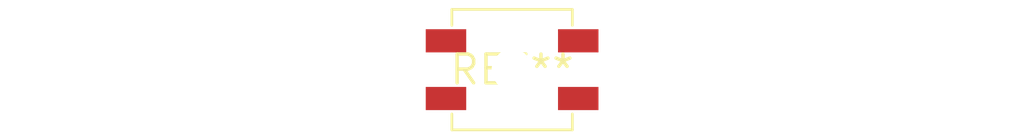
<source format=kicad_pcb>
(kicad_pcb (version 20240108) (generator pcbnew)
  (layers (0 "F.Cu" signal) (31 "B.Cu" signal) (34 "B.Paste" user) (35 "F.Paste" user) (36 "B.SilkS" user "B.Silkscreen") (37 "F.SilkS" user "F.Silkscreen") (38 "B.Mask" user) (39 "F.Mask" user) (44 "Edge.Cuts" user))
  (net 0 "")
  (footprint "Harwin_M20-7810245_2x02_P2.54mm_Vertical" (layer "F.Cu") (at 0 0)
    (property "Reference" "REF**")
    (property "Value" "Harwin_M20-7810245_2x02_P2.54mm_Vertical")
    (fp_line (start -2.65 -2.65) (end 2.65 -2.65) (layer "F.SilkS") (stroke (width 0.12)))
    (fp_line (start -2.65 -1.95) (end -2.65 -2.65) (layer "F.SilkS") (stroke (width 0.12)))
    (fp_line (start -2.65 1.95) (end -2.65 2.65) (layer "F.SilkS") (stroke (width 0.12)))
    (fp_line (start -2.65 2.65) (end 2.65 2.65) (layer "F.SilkS") (stroke (width 0.12)))
    (fp_line (start 2.65 -2.65) (end 2.65 -1.95) (layer "F.SilkS") (stroke (width 0.12)))
    (fp_line (start 2.65 2.65) (end 2.65 1.95) (layer "F.SilkS") (stroke (width 0.12)))
    (pad "" np_thru_hole circle (at -1.27 -1.27) (size 1.02 1.02) (drill 1.02) (layers *.Cu *.Mask))
    (pad "" np_thru_hole circle (at -1.27 1.27) (size 1.02 1.02) (drill 1.02) (layers *.Cu *.Mask))
    (pad "" np_thru_hole circle (at 0 0) (size 1.8 1.8) (drill 1.8) (layers *.Cu *.Mask))
    (pad "" np_thru_hole circle (at 1.27 -1.27) (size 1.02 1.02) (drill 1.02) (layers *.Cu *.Mask))
    (pad "" np_thru_hole circle (at 1.27 1.27) (size 1.02 1.02) (drill 1.02) (layers *.Cu *.Mask))
    (pad "1" smd rect (at -2.91 -1.27) (size 1.78 1.02) (layers "F.Cu" "F.Paste" "F.Mask"))
    (pad "2" smd rect (at -2.91 1.27) (size 1.78 1.02) (layers "F.Cu" "F.Paste" "F.Mask"))
    (pad "3" smd rect (at 2.91 -1.27) (size 1.78 1.02) (layers "F.Cu" "F.Paste" "F.Mask"))
    (pad "4" smd rect (at 2.91 1.27) (size 1.78 1.02) (layers "F.Cu" "F.Paste" "F.Mask"))
  )
)
</source>
